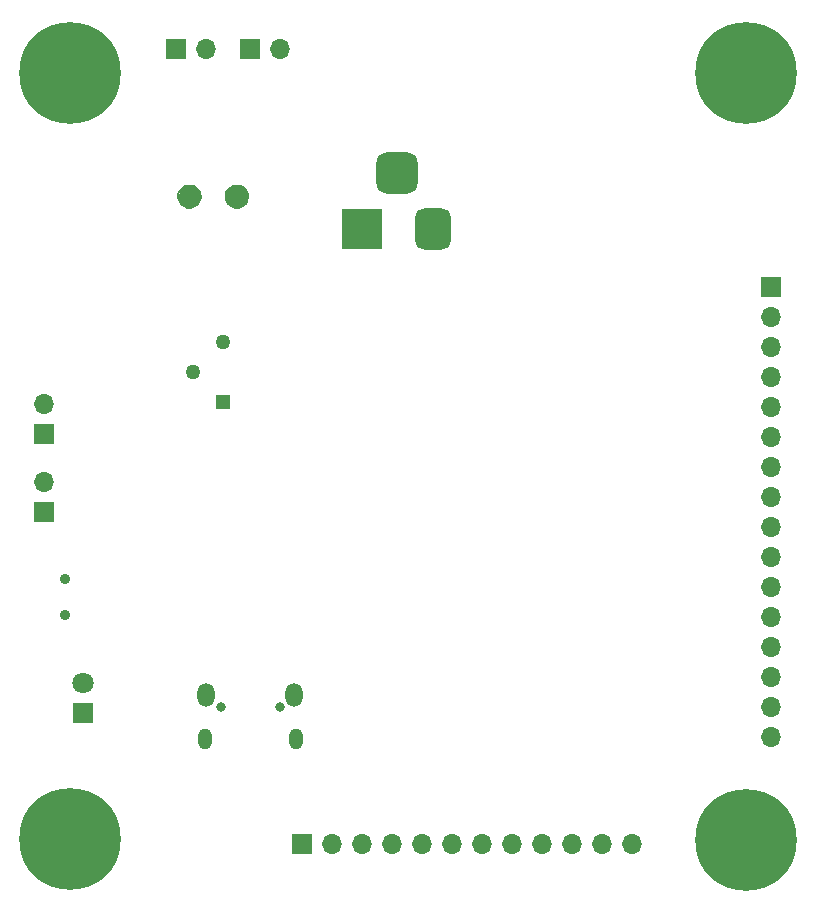
<source format=gbr>
%TF.GenerationSoftware,KiCad,Pcbnew,(6.0.1)*%
%TF.CreationDate,2022-03-22T21:47:25-04:00*%
%TF.ProjectId,Looking Glass,4c6f6f6b-696e-4672-9047-6c6173732e6b,rev?*%
%TF.SameCoordinates,Original*%
%TF.FileFunction,Soldermask,Bot*%
%TF.FilePolarity,Negative*%
%FSLAX46Y46*%
G04 Gerber Fmt 4.6, Leading zero omitted, Abs format (unit mm)*
G04 Created by KiCad (PCBNEW (6.0.1)) date 2022-03-22 21:47:25*
%MOMM*%
%LPD*%
G01*
G04 APERTURE LIST*
G04 Aperture macros list*
%AMRoundRect*
0 Rectangle with rounded corners*
0 $1 Rounding radius*
0 $2 $3 $4 $5 $6 $7 $8 $9 X,Y pos of 4 corners*
0 Add a 4 corners polygon primitive as box body*
4,1,4,$2,$3,$4,$5,$6,$7,$8,$9,$2,$3,0*
0 Add four circle primitives for the rounded corners*
1,1,$1+$1,$2,$3*
1,1,$1+$1,$4,$5*
1,1,$1+$1,$6,$7*
1,1,$1+$1,$8,$9*
0 Add four rect primitives between the rounded corners*
20,1,$1+$1,$2,$3,$4,$5,0*
20,1,$1+$1,$4,$5,$6,$7,0*
20,1,$1+$1,$6,$7,$8,$9,0*
20,1,$1+$1,$8,$9,$2,$3,0*%
G04 Aperture macros list end*
%ADD10C,0.127000*%
%ADD11R,3.500000X3.500000*%
%ADD12RoundRect,0.750000X0.750000X1.000000X-0.750000X1.000000X-0.750000X-1.000000X0.750000X-1.000000X0*%
%ADD13RoundRect,0.875000X0.875000X0.875000X-0.875000X0.875000X-0.875000X-0.875000X0.875000X-0.875000X0*%
%ADD14R,1.700000X1.700000*%
%ADD15O,1.700000X1.700000*%
%ADD16O,0.800000X0.800000*%
%ADD17O,1.450000X2.000000*%
%ADD18O,1.150000X1.800000*%
%ADD19C,0.900000*%
%ADD20R,1.270000X1.270000*%
%ADD21C,1.270000*%
%ADD22C,8.600000*%
%ADD23R,1.800000X1.800000*%
%ADD24C,1.800000*%
%ADD25C,1.879600*%
G04 APERTURE END LIST*
D10*
%TO.C,PHOTO1*%
X48904060Y-114047500D02*
X49086940Y-114065280D01*
X49086940Y-114065280D02*
X49264740Y-114116080D01*
X49264740Y-114116080D02*
X49427300Y-114199900D01*
X49427300Y-114199900D02*
X49572080Y-114316740D01*
X49572080Y-114316740D02*
X49691460Y-114456440D01*
X49691460Y-114456440D02*
X49780360Y-114619000D01*
X49780360Y-114619000D02*
X49836240Y-114794260D01*
X49836240Y-114794260D02*
X49856560Y-114979680D01*
X49856560Y-114979680D02*
X49843860Y-115142240D01*
X49843860Y-115142240D02*
X49803220Y-115307340D01*
X49803220Y-115307340D02*
X49734640Y-115459740D01*
X49734640Y-115459740D02*
X49640660Y-115599440D01*
X49640660Y-115599440D02*
X49521280Y-115718820D01*
X49521280Y-115718820D02*
X49386660Y-115815340D01*
X49386660Y-115815340D02*
X49234260Y-115889000D01*
X49234260Y-115889000D02*
X49071700Y-115934720D01*
X49071700Y-115934720D02*
X48906600Y-115952500D01*
X48906600Y-115952500D02*
X48738960Y-115934720D01*
X48738960Y-115934720D02*
X48576400Y-115889000D01*
X48576400Y-115889000D02*
X48424000Y-115815340D01*
X48424000Y-115815340D02*
X48289380Y-115716280D01*
X48289380Y-115716280D02*
X48172540Y-115596900D01*
X48172540Y-115596900D02*
X48078560Y-115457200D01*
X48078560Y-115457200D02*
X48007440Y-115304800D01*
X48007440Y-115304800D02*
X47966800Y-115139700D01*
X47966800Y-115139700D02*
X47954100Y-114974600D01*
X47954100Y-114974600D02*
X47974420Y-114794260D01*
X47974420Y-114794260D02*
X48030300Y-114619000D01*
X48030300Y-114619000D02*
X48119200Y-114456440D01*
X48119200Y-114456440D02*
X48236040Y-114316740D01*
X48236040Y-114316740D02*
X48380820Y-114199900D01*
X48380820Y-114199900D02*
X48543380Y-114116080D01*
X48543380Y-114116080D02*
X48718640Y-114065280D01*
X48718640Y-114065280D02*
X48904060Y-114047500D01*
X48904060Y-114047500D02*
X48904060Y-114047500D01*
X44893400Y-114047500D02*
X45076280Y-114065280D01*
X45076280Y-114065280D02*
X45254080Y-114116080D01*
X45254080Y-114116080D02*
X45416640Y-114199900D01*
X45416640Y-114199900D02*
X45561420Y-114316740D01*
X45561420Y-114316740D02*
X45680800Y-114456440D01*
X45680800Y-114456440D02*
X45769700Y-114619000D01*
X45769700Y-114619000D02*
X45825580Y-114794260D01*
X45825580Y-114794260D02*
X45845900Y-114979680D01*
X45845900Y-114979680D02*
X45833200Y-115142240D01*
X45833200Y-115142240D02*
X45792560Y-115307340D01*
X45792560Y-115307340D02*
X45723980Y-115459740D01*
X45723980Y-115459740D02*
X45630000Y-115599440D01*
X45630000Y-115599440D02*
X45510620Y-115718820D01*
X45510620Y-115718820D02*
X45376000Y-115815340D01*
X45376000Y-115815340D02*
X45223600Y-115889000D01*
X45223600Y-115889000D02*
X45061040Y-115934720D01*
X45061040Y-115934720D02*
X44893400Y-115952500D01*
X44893400Y-115952500D02*
X44728300Y-115934720D01*
X44728300Y-115934720D02*
X44565740Y-115889000D01*
X44565740Y-115889000D02*
X44413340Y-115815340D01*
X44413340Y-115815340D02*
X44278720Y-115716280D01*
X44278720Y-115716280D02*
X44161880Y-115596900D01*
X44161880Y-115596900D02*
X44067900Y-115457200D01*
X44067900Y-115457200D02*
X43996780Y-115304800D01*
X43996780Y-115304800D02*
X43956140Y-115139700D01*
X43956140Y-115139700D02*
X43943440Y-114974600D01*
X43943440Y-114974600D02*
X43963760Y-114794260D01*
X43963760Y-114794260D02*
X44019640Y-114619000D01*
X44019640Y-114619000D02*
X44108540Y-114456440D01*
X44108540Y-114456440D02*
X44225380Y-114316740D01*
X44225380Y-114316740D02*
X44370160Y-114199900D01*
X44370160Y-114199900D02*
X44532720Y-114116080D01*
X44532720Y-114116080D02*
X44707980Y-114065280D01*
X44707980Y-114065280D02*
X44893400Y-114047500D01*
X44893400Y-114047500D02*
X44893400Y-114047500D01*
%TD*%
D11*
%TO.C,J8*%
X59500000Y-117700000D03*
D12*
X65500000Y-117700000D03*
D13*
X62500000Y-113000000D03*
%TD*%
D14*
%TO.C,J4*%
X43725000Y-102500000D03*
D15*
X46265000Y-102500000D03*
%TD*%
D14*
%TO.C,J3*%
X32600000Y-141700000D03*
D15*
X32600000Y-139160000D03*
%TD*%
D16*
%TO.C,J5*%
X47545000Y-158195000D03*
X52545000Y-158195000D03*
D17*
X53770000Y-157145000D03*
D18*
X46170000Y-160945000D03*
D17*
X46320000Y-157145000D03*
D18*
X53920000Y-160945000D03*
%TD*%
D14*
%TO.C,J7*%
X54425000Y-169800000D03*
D15*
X56965000Y-169800000D03*
X59505000Y-169800000D03*
X62045000Y-169800000D03*
X64585000Y-169800000D03*
X67125000Y-169800000D03*
X69665000Y-169800000D03*
X72205000Y-169800000D03*
X74745000Y-169800000D03*
X77285000Y-169800000D03*
X79825000Y-169800000D03*
X82365000Y-169800000D03*
%TD*%
D19*
%TO.C,SW1*%
X34370000Y-150400000D03*
X34370000Y-147400000D03*
%TD*%
D20*
%TO.C,U5*%
X47712700Y-132340000D03*
D21*
X45172700Y-129800000D03*
X47712700Y-127260000D03*
%TD*%
D14*
%TO.C,J2*%
X32600000Y-135100000D03*
D15*
X32600000Y-132560000D03*
%TD*%
D14*
%TO.C,J1*%
X50050000Y-102500000D03*
D15*
X52590000Y-102500000D03*
%TD*%
D22*
%TO.C,H1*%
X34800000Y-104500000D03*
D19*
X37080419Y-102219581D03*
X34800000Y-107725000D03*
X37080419Y-106780419D03*
X31575000Y-104500000D03*
X32519581Y-102219581D03*
X38025000Y-104500000D03*
X34800000Y-101275000D03*
X32519581Y-106780419D03*
%TD*%
D14*
%TO.C,J6*%
X94100000Y-122620000D03*
D15*
X94100000Y-125160000D03*
X94100000Y-127700000D03*
X94100000Y-130240000D03*
X94100000Y-132780000D03*
X94100000Y-135320000D03*
X94100000Y-137860000D03*
X94100000Y-140400000D03*
X94100000Y-142940000D03*
X94100000Y-145480000D03*
X94100000Y-148020000D03*
X94100000Y-150560000D03*
X94100000Y-153100000D03*
X94100000Y-155640000D03*
X94100000Y-158180000D03*
X94100000Y-160720000D03*
%TD*%
D19*
%TO.C,H2*%
X32519581Y-171680419D03*
X34800000Y-166175000D03*
X37080419Y-167119581D03*
X38025000Y-169400000D03*
X37080419Y-171680419D03*
X34800000Y-172625000D03*
X32519581Y-167119581D03*
D22*
X34800000Y-169400000D03*
D19*
X31575000Y-169400000D03*
%TD*%
%TO.C,H3*%
X94280419Y-171780419D03*
D22*
X92000000Y-169500000D03*
D19*
X92000000Y-172725000D03*
X95225000Y-169500000D03*
X89719581Y-171780419D03*
X94280419Y-167219581D03*
X92000000Y-166275000D03*
X88775000Y-169500000D03*
X89719581Y-167219581D03*
%TD*%
%TO.C,H4*%
X94280419Y-102219581D03*
X95225000Y-104500000D03*
X89719581Y-106780419D03*
X92000000Y-101275000D03*
X88775000Y-104500000D03*
X94280419Y-106780419D03*
X89719581Y-102219581D03*
D22*
X92000000Y-104500000D03*
D19*
X92000000Y-107725000D03*
%TD*%
D23*
%TO.C,D1*%
X35900000Y-158725000D03*
D24*
X35900000Y-156185000D03*
%TD*%
D25*
%TO.C,PHOTO1*%
X48898980Y-115000000D03*
X44901020Y-115000000D03*
%TD*%
M02*

</source>
